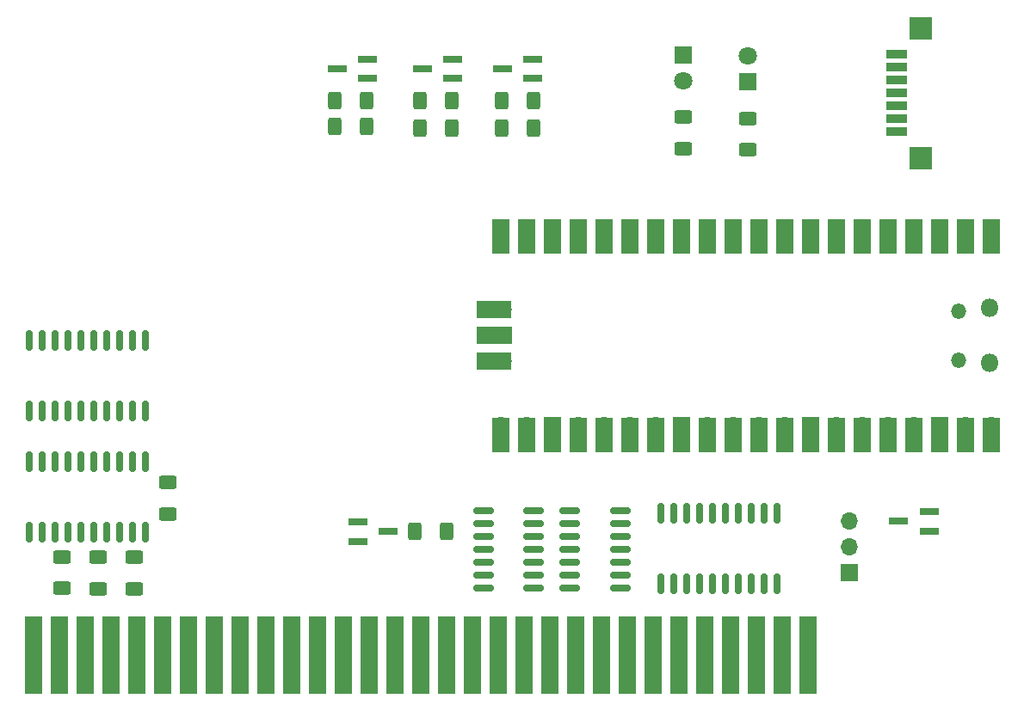
<source format=gbr>
%TF.GenerationSoftware,KiCad,Pcbnew,(6.0.5)*%
%TF.CreationDate,2023-03-31T09:48:09-05:00*%
%TF.ProjectId,ISA rev7,49534120-7265-4763-972e-6b696361645f,rev?*%
%TF.SameCoordinates,Original*%
%TF.FileFunction,Soldermask,Top*%
%TF.FilePolarity,Negative*%
%FSLAX46Y46*%
G04 Gerber Fmt 4.6, Leading zero omitted, Abs format (unit mm)*
G04 Created by KiCad (PCBNEW (6.0.5)) date 2023-03-31 09:48:09*
%MOMM*%
%LPD*%
G01*
G04 APERTURE LIST*
G04 Aperture macros list*
%AMRoundRect*
0 Rectangle with rounded corners*
0 $1 Rounding radius*
0 $2 $3 $4 $5 $6 $7 $8 $9 X,Y pos of 4 corners*
0 Add a 4 corners polygon primitive as box body*
4,1,4,$2,$3,$4,$5,$6,$7,$8,$9,$2,$3,0*
0 Add four circle primitives for the rounded corners*
1,1,$1+$1,$2,$3*
1,1,$1+$1,$4,$5*
1,1,$1+$1,$6,$7*
1,1,$1+$1,$8,$9*
0 Add four rect primitives between the rounded corners*
20,1,$1+$1,$2,$3,$4,$5,0*
20,1,$1+$1,$4,$5,$6,$7,0*
20,1,$1+$1,$6,$7,$8,$9,0*
20,1,$1+$1,$8,$9,$2,$3,0*%
G04 Aperture macros list end*
%ADD10RoundRect,0.150000X0.150000X-0.837500X0.150000X0.837500X-0.150000X0.837500X-0.150000X-0.837500X0*%
%ADD11R,1.900000X0.800000*%
%ADD12R,1.800000X1.800000*%
%ADD13C,1.800000*%
%ADD14RoundRect,0.250000X-0.400000X-0.625000X0.400000X-0.625000X0.400000X0.625000X-0.400000X0.625000X0*%
%ADD15RoundRect,0.250000X-0.625000X0.400000X-0.625000X-0.400000X0.625000X-0.400000X0.625000X0.400000X0*%
%ADD16R,2.000000X0.900000*%
%ADD17R,2.300000X2.300000*%
%ADD18RoundRect,0.250000X0.400000X0.625000X-0.400000X0.625000X-0.400000X-0.625000X0.400000X-0.625000X0*%
%ADD19RoundRect,0.150000X0.825000X0.150000X-0.825000X0.150000X-0.825000X-0.150000X0.825000X-0.150000X0*%
%ADD20R,1.700000X1.700000*%
%ADD21O,1.700000X1.700000*%
%ADD22O,1.800000X1.800000*%
%ADD23O,1.500000X1.500000*%
%ADD24R,1.700000X3.500000*%
%ADD25R,3.500000X1.700000*%
%ADD26R,1.780000X7.620000*%
G04 APERTURE END LIST*
D10*
%TO.C,U4*%
X102992000Y-102395500D03*
X104262000Y-102395500D03*
X105532000Y-102395500D03*
X106802000Y-102395500D03*
X108072000Y-102395500D03*
X109342000Y-102395500D03*
X110612000Y-102395500D03*
X111882000Y-102395500D03*
X113152000Y-102395500D03*
X114422000Y-102395500D03*
X114422000Y-95470500D03*
X113152000Y-95470500D03*
X111882000Y-95470500D03*
X110612000Y-95470500D03*
X109342000Y-95470500D03*
X108072000Y-95470500D03*
X106802000Y-95470500D03*
X105532000Y-95470500D03*
X104262000Y-95470500D03*
X102992000Y-95470500D03*
%TD*%
D11*
%TO.C,D3*%
X136247000Y-69657000D03*
X136247000Y-67757000D03*
X133247000Y-68707000D03*
%TD*%
D12*
%TO.C,D2*%
X173644978Y-69956000D03*
D13*
X173644978Y-67416000D03*
%TD*%
D14*
%TO.C,R13*%
X133070000Y-71882000D03*
X136170000Y-71882000D03*
%TD*%
D15*
%TO.C,R6*%
X113279000Y-116814000D03*
X113279000Y-119914000D03*
%TD*%
D12*
%TO.C,D4*%
X167289978Y-67406000D03*
D13*
X167289978Y-69946000D03*
%TD*%
D15*
%TO.C,R5*%
X116581000Y-109448000D03*
X116581000Y-112548000D03*
%TD*%
D11*
%TO.C,D7*%
X191492000Y-114234000D03*
X191492000Y-112334000D03*
X188492000Y-113284000D03*
%TD*%
D15*
%TO.C,R4*%
X173639978Y-73608000D03*
X173639978Y-76708000D03*
%TD*%
D11*
%TO.C,D6*%
X138279000Y-114300000D03*
X135279000Y-113350000D03*
X135279000Y-115250000D03*
%TD*%
D16*
%TO.C,J2*%
X188314000Y-67318000D03*
X188314000Y-68588000D03*
X188314000Y-69858000D03*
X188314000Y-71128000D03*
X188314000Y-72398000D03*
X188314000Y-73668000D03*
X188314000Y-74938000D03*
D17*
X190674000Y-77498000D03*
X190674000Y-64758000D03*
%TD*%
D10*
%TO.C,U3*%
X165100000Y-119413500D03*
X166370000Y-119413500D03*
X167640000Y-119413500D03*
X168910000Y-119413500D03*
X170180000Y-119413500D03*
X171450000Y-119413500D03*
X172720000Y-119413500D03*
X173990000Y-119413500D03*
X175260000Y-119413500D03*
X176530000Y-119413500D03*
X176530000Y-112488500D03*
X175260000Y-112488500D03*
X173990000Y-112488500D03*
X172720000Y-112488500D03*
X171450000Y-112488500D03*
X170180000Y-112488500D03*
X168910000Y-112488500D03*
X167640000Y-112488500D03*
X166370000Y-112488500D03*
X165100000Y-112488500D03*
%TD*%
D18*
%TO.C,R9*%
X136170000Y-74422000D03*
X133070000Y-74422000D03*
%TD*%
%TO.C,R1*%
X152553000Y-74549000D03*
X149453000Y-74549000D03*
%TD*%
D11*
%TO.C,D1*%
X152503000Y-69657000D03*
X152503000Y-67757000D03*
X149503000Y-68707000D03*
%TD*%
D19*
%TO.C,U1*%
X152589000Y-119888000D03*
X152589000Y-118618000D03*
X152589000Y-117348000D03*
X152589000Y-116078000D03*
X152589000Y-114808000D03*
X152589000Y-113538000D03*
X152589000Y-112268000D03*
X147639000Y-112268000D03*
X147639000Y-113538000D03*
X147639000Y-114808000D03*
X147639000Y-116078000D03*
X147639000Y-117348000D03*
X147639000Y-118618000D03*
X147639000Y-119888000D03*
%TD*%
D15*
%TO.C,R7*%
X109723000Y-116814000D03*
X109723000Y-119914000D03*
%TD*%
%TO.C,R8*%
X106167000Y-116788000D03*
X106167000Y-119888000D03*
%TD*%
D14*
%TO.C,R2*%
X149453000Y-71882000D03*
X152553000Y-71882000D03*
%TD*%
%TO.C,R11*%
X141452000Y-71882000D03*
X144552000Y-71882000D03*
%TD*%
D20*
%TO.C,J3*%
X183642000Y-118349000D03*
D21*
X183642000Y-115809000D03*
X183642000Y-113269000D03*
%TD*%
D15*
%TO.C,R3*%
X167289978Y-73481000D03*
X167289978Y-76581000D03*
%TD*%
D22*
%TO.C,U6*%
X197482000Y-97721000D03*
D23*
X194452000Y-92571000D03*
X194452000Y-97421000D03*
D22*
X197482000Y-92271000D03*
D24*
X197612000Y-85206000D03*
D21*
X197612000Y-86106000D03*
D24*
X195072000Y-85206000D03*
D21*
X195072000Y-86106000D03*
D20*
X192532000Y-86106000D03*
D24*
X192532000Y-85206000D03*
D21*
X189992000Y-86106000D03*
D24*
X189992000Y-85206000D03*
X187452000Y-85206000D03*
D21*
X187452000Y-86106000D03*
X184912000Y-86106000D03*
D24*
X184912000Y-85206000D03*
D21*
X182372000Y-86106000D03*
D24*
X182372000Y-85206000D03*
D20*
X179832000Y-86106000D03*
D24*
X179832000Y-85206000D03*
X177292000Y-85206000D03*
D21*
X177292000Y-86106000D03*
X174752000Y-86106000D03*
D24*
X174752000Y-85206000D03*
X172212000Y-85206000D03*
D21*
X172212000Y-86106000D03*
X169672000Y-86106000D03*
D24*
X169672000Y-85206000D03*
D20*
X167132000Y-86106000D03*
D24*
X167132000Y-85206000D03*
X164592000Y-85206000D03*
D21*
X164592000Y-86106000D03*
X162052000Y-86106000D03*
D24*
X162052000Y-85206000D03*
X159512000Y-85206000D03*
D21*
X159512000Y-86106000D03*
X156972000Y-86106000D03*
D24*
X156972000Y-85206000D03*
X154432000Y-85206000D03*
D20*
X154432000Y-86106000D03*
D24*
X151892000Y-85206000D03*
D21*
X151892000Y-86106000D03*
X149352000Y-86106000D03*
D24*
X149352000Y-85206000D03*
X149352000Y-104786000D03*
D21*
X149352000Y-103886000D03*
D24*
X151892000Y-104786000D03*
D21*
X151892000Y-103886000D03*
D20*
X154432000Y-103886000D03*
D24*
X154432000Y-104786000D03*
D21*
X156972000Y-103886000D03*
D24*
X156972000Y-104786000D03*
D21*
X159512000Y-103886000D03*
D24*
X159512000Y-104786000D03*
D21*
X162052000Y-103886000D03*
D24*
X162052000Y-104786000D03*
D21*
X164592000Y-103886000D03*
D24*
X164592000Y-104786000D03*
X167132000Y-104786000D03*
D20*
X167132000Y-103886000D03*
D24*
X169672000Y-104786000D03*
D21*
X169672000Y-103886000D03*
D24*
X172212000Y-104786000D03*
D21*
X172212000Y-103886000D03*
X174752000Y-103886000D03*
D24*
X174752000Y-104786000D03*
X177292000Y-104786000D03*
D21*
X177292000Y-103886000D03*
D24*
X179832000Y-104786000D03*
D20*
X179832000Y-103886000D03*
D24*
X182372000Y-104786000D03*
D21*
X182372000Y-103886000D03*
X184912000Y-103886000D03*
D24*
X184912000Y-104786000D03*
D21*
X187452000Y-103886000D03*
D24*
X187452000Y-104786000D03*
D21*
X189992000Y-103886000D03*
D24*
X189992000Y-104786000D03*
D20*
X192532000Y-103886000D03*
D24*
X192532000Y-104786000D03*
X195072000Y-104786000D03*
D21*
X195072000Y-103886000D03*
X197612000Y-103886000D03*
D24*
X197612000Y-104786000D03*
D21*
X149582000Y-92456000D03*
D25*
X148682000Y-92456000D03*
X148682000Y-94996000D03*
D20*
X149582000Y-94996000D03*
D21*
X149582000Y-97536000D03*
D25*
X148682000Y-97536000D03*
%TD*%
D14*
%TO.C,R12*%
X140944000Y-114300000D03*
X144044000Y-114300000D03*
%TD*%
D19*
%TO.C,U2*%
X161098000Y-119888000D03*
X161098000Y-118618000D03*
X161098000Y-117348000D03*
X161098000Y-116078000D03*
X161098000Y-114808000D03*
X161098000Y-113538000D03*
X161098000Y-112268000D03*
X156148000Y-112268000D03*
X156148000Y-113538000D03*
X156148000Y-114808000D03*
X156148000Y-116078000D03*
X156148000Y-117348000D03*
X156148000Y-118618000D03*
X156148000Y-119888000D03*
%TD*%
D26*
%TO.C,J1*%
X179583000Y-126492000D03*
X177043000Y-126492000D03*
X174503000Y-126492000D03*
X171963000Y-126492000D03*
X169423000Y-126492000D03*
X166883000Y-126492000D03*
X164343000Y-126492000D03*
X161803000Y-126492000D03*
X159263000Y-126492000D03*
X156723000Y-126492000D03*
X154183000Y-126492000D03*
X151643000Y-126492000D03*
X149103000Y-126492000D03*
X146563000Y-126492000D03*
X144023000Y-126492000D03*
X141483000Y-126492000D03*
X138943000Y-126492000D03*
X136403000Y-126492000D03*
X133863000Y-126492000D03*
X131323000Y-126492000D03*
X128783000Y-126492000D03*
X126243000Y-126492000D03*
X123703000Y-126492000D03*
X121163000Y-126492000D03*
X118623000Y-126492000D03*
X116083000Y-126492000D03*
X113543000Y-126492000D03*
X111003000Y-126492000D03*
X108463000Y-126492000D03*
X105923000Y-126492000D03*
X103383000Y-126492000D03*
%TD*%
D11*
%TO.C,D5*%
X144629000Y-69657000D03*
X144629000Y-67757000D03*
X141629000Y-68707000D03*
%TD*%
D18*
%TO.C,R10*%
X144552000Y-74549000D03*
X141452000Y-74549000D03*
%TD*%
D10*
%TO.C,U5*%
X102992000Y-114333500D03*
X104262000Y-114333500D03*
X105532000Y-114333500D03*
X106802000Y-114333500D03*
X108072000Y-114333500D03*
X109342000Y-114333500D03*
X110612000Y-114333500D03*
X111882000Y-114333500D03*
X113152000Y-114333500D03*
X114422000Y-114333500D03*
X114422000Y-107408500D03*
X113152000Y-107408500D03*
X111882000Y-107408500D03*
X110612000Y-107408500D03*
X109342000Y-107408500D03*
X108072000Y-107408500D03*
X106802000Y-107408500D03*
X105532000Y-107408500D03*
X104262000Y-107408500D03*
X102992000Y-107408500D03*
%TD*%
M02*

</source>
